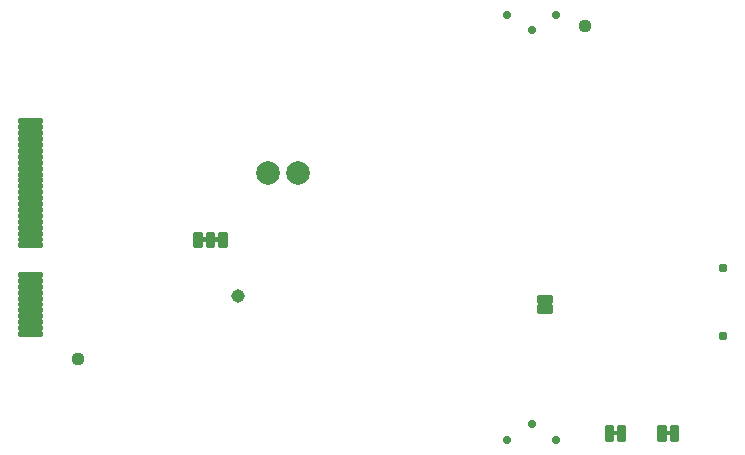
<source format=gbs>
G04 EAGLE Gerber RS-274X export*
G75*
%MOMM*%
%FSLAX34Y34*%
%LPD*%
%INSoldermask Bottom*%
%IPPOS*%
%AMOC8*
5,1,8,0,0,1.08239X$1,22.5*%
G01*
%ADD10C,0.228344*%
%ADD11C,0.228600*%
%ADD12C,0.777000*%
%ADD13C,1.143000*%
%ADD14C,1.127000*%
%ADD15C,0.228959*%
%ADD16C,0.736600*%
%ADD17C,2.006600*%

G36*
X174690Y178193D02*
X174690Y178193D01*
X174756Y178195D01*
X174799Y178213D01*
X174846Y178221D01*
X174903Y178255D01*
X174963Y178280D01*
X174998Y178311D01*
X175039Y178336D01*
X175081Y178387D01*
X175129Y178431D01*
X175151Y178473D01*
X175180Y178510D01*
X175201Y178572D01*
X175232Y178631D01*
X175240Y178685D01*
X175252Y178722D01*
X175251Y178762D01*
X175259Y178816D01*
X175259Y181356D01*
X175248Y181421D01*
X175246Y181487D01*
X175228Y181530D01*
X175220Y181577D01*
X175186Y181634D01*
X175161Y181694D01*
X175130Y181729D01*
X175105Y181770D01*
X175054Y181812D01*
X175010Y181860D01*
X174968Y181882D01*
X174931Y181911D01*
X174869Y181932D01*
X174810Y181963D01*
X174756Y181971D01*
X174719Y181983D01*
X174679Y181982D01*
X174625Y181990D01*
X170815Y181990D01*
X170750Y181979D01*
X170684Y181977D01*
X170641Y181959D01*
X170594Y181951D01*
X170537Y181917D01*
X170477Y181892D01*
X170442Y181861D01*
X170401Y181836D01*
X170360Y181785D01*
X170311Y181741D01*
X170289Y181699D01*
X170260Y181662D01*
X170239Y181600D01*
X170208Y181541D01*
X170200Y181487D01*
X170188Y181450D01*
X170188Y181447D01*
X170189Y181410D01*
X170181Y181356D01*
X170181Y178816D01*
X170192Y178751D01*
X170194Y178685D01*
X170212Y178642D01*
X170220Y178595D01*
X170254Y178538D01*
X170279Y178478D01*
X170310Y178443D01*
X170335Y178402D01*
X170386Y178361D01*
X170430Y178312D01*
X170472Y178290D01*
X170509Y178261D01*
X170571Y178240D01*
X170630Y178209D01*
X170684Y178201D01*
X170721Y178189D01*
X170761Y178190D01*
X170815Y178182D01*
X174625Y178182D01*
X174690Y178193D01*
G37*
G36*
X164530Y178193D02*
X164530Y178193D01*
X164596Y178195D01*
X164639Y178213D01*
X164686Y178221D01*
X164743Y178255D01*
X164803Y178280D01*
X164838Y178311D01*
X164879Y178336D01*
X164921Y178387D01*
X164969Y178431D01*
X164991Y178473D01*
X165020Y178510D01*
X165041Y178572D01*
X165072Y178631D01*
X165080Y178685D01*
X165092Y178722D01*
X165091Y178762D01*
X165099Y178816D01*
X165099Y181356D01*
X165088Y181421D01*
X165086Y181487D01*
X165068Y181530D01*
X165060Y181577D01*
X165026Y181634D01*
X165001Y181694D01*
X164970Y181729D01*
X164945Y181770D01*
X164894Y181812D01*
X164850Y181860D01*
X164808Y181882D01*
X164771Y181911D01*
X164709Y181932D01*
X164650Y181963D01*
X164596Y181971D01*
X164559Y181983D01*
X164519Y181982D01*
X164465Y181990D01*
X160655Y181990D01*
X160590Y181979D01*
X160524Y181977D01*
X160481Y181959D01*
X160434Y181951D01*
X160377Y181917D01*
X160317Y181892D01*
X160282Y181861D01*
X160241Y181836D01*
X160200Y181785D01*
X160151Y181741D01*
X160129Y181699D01*
X160100Y181662D01*
X160079Y181600D01*
X160048Y181541D01*
X160040Y181487D01*
X160028Y181450D01*
X160028Y181447D01*
X160029Y181410D01*
X160021Y181356D01*
X160021Y178816D01*
X160032Y178751D01*
X160034Y178685D01*
X160052Y178642D01*
X160060Y178595D01*
X160094Y178538D01*
X160119Y178478D01*
X160150Y178443D01*
X160175Y178402D01*
X160226Y178361D01*
X160270Y178312D01*
X160312Y178290D01*
X160349Y178261D01*
X160411Y178240D01*
X160470Y178209D01*
X160524Y178201D01*
X160561Y178189D01*
X160601Y178190D01*
X160655Y178182D01*
X164465Y178182D01*
X164530Y178193D01*
G37*
G36*
X512510Y14363D02*
X512510Y14363D01*
X512576Y14365D01*
X512619Y14383D01*
X512666Y14391D01*
X512723Y14425D01*
X512783Y14450D01*
X512818Y14481D01*
X512859Y14506D01*
X512901Y14557D01*
X512949Y14601D01*
X512971Y14643D01*
X513000Y14680D01*
X513021Y14742D01*
X513052Y14801D01*
X513060Y14855D01*
X513072Y14892D01*
X513071Y14932D01*
X513079Y14986D01*
X513079Y17526D01*
X513068Y17591D01*
X513066Y17657D01*
X513048Y17700D01*
X513040Y17747D01*
X513006Y17804D01*
X512981Y17864D01*
X512950Y17899D01*
X512925Y17940D01*
X512874Y17982D01*
X512830Y18030D01*
X512788Y18052D01*
X512751Y18081D01*
X512689Y18102D01*
X512630Y18133D01*
X512576Y18141D01*
X512539Y18153D01*
X512499Y18152D01*
X512445Y18160D01*
X508635Y18160D01*
X508570Y18149D01*
X508504Y18147D01*
X508461Y18129D01*
X508414Y18121D01*
X508357Y18087D01*
X508297Y18062D01*
X508262Y18031D01*
X508221Y18006D01*
X508180Y17955D01*
X508131Y17911D01*
X508109Y17869D01*
X508080Y17832D01*
X508059Y17770D01*
X508028Y17711D01*
X508020Y17657D01*
X508008Y17620D01*
X508008Y17617D01*
X508009Y17580D01*
X508001Y17526D01*
X508001Y14986D01*
X508012Y14921D01*
X508014Y14855D01*
X508032Y14812D01*
X508040Y14765D01*
X508074Y14708D01*
X508099Y14648D01*
X508130Y14613D01*
X508155Y14572D01*
X508206Y14531D01*
X508250Y14482D01*
X508292Y14460D01*
X508329Y14431D01*
X508391Y14410D01*
X508450Y14379D01*
X508504Y14371D01*
X508541Y14359D01*
X508581Y14360D01*
X508635Y14352D01*
X512445Y14352D01*
X512510Y14363D01*
G37*
G36*
X557214Y14363D02*
X557214Y14363D01*
X557280Y14365D01*
X557323Y14383D01*
X557370Y14391D01*
X557427Y14425D01*
X557487Y14450D01*
X557522Y14481D01*
X557563Y14506D01*
X557605Y14557D01*
X557653Y14601D01*
X557675Y14643D01*
X557704Y14680D01*
X557725Y14742D01*
X557756Y14801D01*
X557764Y14855D01*
X557776Y14892D01*
X557775Y14932D01*
X557783Y14986D01*
X557783Y17526D01*
X557772Y17591D01*
X557770Y17657D01*
X557752Y17700D01*
X557744Y17747D01*
X557710Y17804D01*
X557685Y17864D01*
X557654Y17899D01*
X557629Y17940D01*
X557578Y17982D01*
X557534Y18030D01*
X557492Y18052D01*
X557455Y18081D01*
X557393Y18102D01*
X557334Y18133D01*
X557280Y18141D01*
X557243Y18153D01*
X557203Y18152D01*
X557149Y18160D01*
X553339Y18160D01*
X553274Y18149D01*
X553208Y18147D01*
X553165Y18129D01*
X553118Y18121D01*
X553061Y18087D01*
X553001Y18062D01*
X552966Y18031D01*
X552925Y18006D01*
X552884Y17955D01*
X552835Y17911D01*
X552813Y17869D01*
X552784Y17832D01*
X552763Y17770D01*
X552732Y17711D01*
X552724Y17657D01*
X552712Y17620D01*
X552712Y17617D01*
X552713Y17580D01*
X552705Y17526D01*
X552705Y14986D01*
X552716Y14921D01*
X552718Y14855D01*
X552736Y14812D01*
X552744Y14765D01*
X552778Y14708D01*
X552803Y14648D01*
X552834Y14613D01*
X552859Y14572D01*
X552910Y14531D01*
X552954Y14482D01*
X552996Y14460D01*
X553033Y14431D01*
X553095Y14410D01*
X553154Y14379D01*
X553208Y14371D01*
X553245Y14359D01*
X553285Y14360D01*
X553339Y14352D01*
X557149Y14352D01*
X557214Y14363D01*
G37*
D10*
X175258Y185930D02*
X180850Y185930D01*
X180850Y174242D01*
X175258Y174242D01*
X175258Y185930D01*
X175258Y176411D02*
X180850Y176411D01*
X180850Y178580D02*
X175258Y178580D01*
X175258Y180749D02*
X180850Y180749D01*
X180850Y182918D02*
X175258Y182918D01*
X175258Y185087D02*
X180850Y185087D01*
X170436Y185930D02*
X164844Y185930D01*
X170436Y185930D02*
X170436Y174242D01*
X164844Y174242D01*
X164844Y185930D01*
X164844Y176411D02*
X170436Y176411D01*
X170436Y178580D02*
X164844Y178580D01*
X164844Y180749D02*
X170436Y180749D01*
X170436Y182918D02*
X164844Y182918D01*
X164844Y185087D02*
X170436Y185087D01*
X160022Y185930D02*
X154430Y185930D01*
X160022Y185930D02*
X160022Y174242D01*
X154430Y174242D01*
X154430Y185930D01*
X154430Y176411D02*
X160022Y176411D01*
X160022Y178580D02*
X154430Y178580D01*
X154430Y180749D02*
X160022Y180749D01*
X160022Y182918D02*
X154430Y182918D01*
X154430Y185087D02*
X160022Y185087D01*
X557655Y22100D02*
X563247Y22100D01*
X563247Y10412D01*
X557655Y10412D01*
X557655Y22100D01*
X557655Y12581D02*
X563247Y12581D01*
X563247Y14750D02*
X557655Y14750D01*
X557655Y16919D02*
X563247Y16919D01*
X563247Y19088D02*
X557655Y19088D01*
X557655Y21257D02*
X563247Y21257D01*
X552833Y22100D02*
X547241Y22100D01*
X552833Y22100D02*
X552833Y10412D01*
X547241Y10412D01*
X547241Y22100D01*
X547241Y12581D02*
X552833Y12581D01*
X552833Y14750D02*
X547241Y14750D01*
X547241Y16919D02*
X552833Y16919D01*
X552833Y19088D02*
X547241Y19088D01*
X547241Y21257D02*
X552833Y21257D01*
D11*
X456692Y118999D02*
X456692Y124333D01*
X456692Y118999D02*
X445008Y118999D01*
X445008Y124333D01*
X456692Y124333D01*
X456692Y121171D02*
X445008Y121171D01*
X445008Y123343D02*
X456692Y123343D01*
X456692Y127127D02*
X456692Y132461D01*
X456692Y127127D02*
X445008Y127127D01*
X445008Y132461D01*
X456692Y132461D01*
X456692Y129299D02*
X445008Y129299D01*
X445008Y131471D02*
X456692Y131471D01*
D10*
X512951Y22100D02*
X518543Y22100D01*
X518543Y10412D01*
X512951Y10412D01*
X512951Y22100D01*
X512951Y12581D02*
X518543Y12581D01*
X518543Y14750D02*
X512951Y14750D01*
X512951Y16919D02*
X518543Y16919D01*
X518543Y19088D02*
X512951Y19088D01*
X512951Y21257D02*
X518543Y21257D01*
X508129Y22100D02*
X502537Y22100D01*
X508129Y22100D02*
X508129Y10412D01*
X502537Y10412D01*
X502537Y22100D01*
X502537Y12581D02*
X508129Y12581D01*
X508129Y14750D02*
X502537Y14750D01*
X502537Y16919D02*
X508129Y16919D01*
X508129Y19088D02*
X502537Y19088D01*
X502537Y21257D02*
X508129Y21257D01*
D12*
X601698Y98100D03*
X601698Y155900D03*
D13*
X191516Y132588D03*
D14*
X485140Y360680D03*
X55880Y78740D03*
D15*
X6010Y99260D02*
X6010Y101740D01*
X24490Y101740D01*
X24490Y99260D01*
X6010Y99260D01*
X6010Y101435D02*
X24490Y101435D01*
X6010Y104260D02*
X6010Y106740D01*
X24490Y106740D01*
X24490Y104260D01*
X6010Y104260D01*
X6010Y106435D02*
X24490Y106435D01*
X6010Y109260D02*
X6010Y111740D01*
X24490Y111740D01*
X24490Y109260D01*
X6010Y109260D01*
X6010Y111435D02*
X24490Y111435D01*
X6010Y114260D02*
X6010Y116740D01*
X24490Y116740D01*
X24490Y114260D01*
X6010Y114260D01*
X6010Y116435D02*
X24490Y116435D01*
X6010Y119260D02*
X6010Y121740D01*
X24490Y121740D01*
X24490Y119260D01*
X6010Y119260D01*
X6010Y121435D02*
X24490Y121435D01*
X6010Y124260D02*
X6010Y126740D01*
X24490Y126740D01*
X24490Y124260D01*
X6010Y124260D01*
X6010Y126435D02*
X24490Y126435D01*
X6010Y129260D02*
X6010Y131740D01*
X24490Y131740D01*
X24490Y129260D01*
X6010Y129260D01*
X6010Y131435D02*
X24490Y131435D01*
X6010Y134260D02*
X6010Y136740D01*
X24490Y136740D01*
X24490Y134260D01*
X6010Y134260D01*
X6010Y136435D02*
X24490Y136435D01*
X6010Y139260D02*
X6010Y141740D01*
X24490Y141740D01*
X24490Y139260D01*
X6010Y139260D01*
X6010Y141435D02*
X24490Y141435D01*
X6010Y144260D02*
X6010Y146740D01*
X24490Y146740D01*
X24490Y144260D01*
X6010Y144260D01*
X6010Y146435D02*
X24490Y146435D01*
X6010Y149260D02*
X6010Y151740D01*
X24490Y151740D01*
X24490Y149260D01*
X6010Y149260D01*
X6010Y151435D02*
X24490Y151435D01*
X6010Y174260D02*
X6010Y176740D01*
X24490Y176740D01*
X24490Y174260D01*
X6010Y174260D01*
X6010Y176435D02*
X24490Y176435D01*
X6010Y179260D02*
X6010Y181740D01*
X24490Y181740D01*
X24490Y179260D01*
X6010Y179260D01*
X6010Y181435D02*
X24490Y181435D01*
X6010Y184260D02*
X6010Y186740D01*
X24490Y186740D01*
X24490Y184260D01*
X6010Y184260D01*
X6010Y186435D02*
X24490Y186435D01*
X6010Y189260D02*
X6010Y191740D01*
X24490Y191740D01*
X24490Y189260D01*
X6010Y189260D01*
X6010Y191435D02*
X24490Y191435D01*
X6010Y194260D02*
X6010Y196740D01*
X24490Y196740D01*
X24490Y194260D01*
X6010Y194260D01*
X6010Y196435D02*
X24490Y196435D01*
X6010Y199260D02*
X6010Y201740D01*
X24490Y201740D01*
X24490Y199260D01*
X6010Y199260D01*
X6010Y201435D02*
X24490Y201435D01*
X6010Y204260D02*
X6010Y206740D01*
X24490Y206740D01*
X24490Y204260D01*
X6010Y204260D01*
X6010Y206435D02*
X24490Y206435D01*
X6010Y209260D02*
X6010Y211740D01*
X24490Y211740D01*
X24490Y209260D01*
X6010Y209260D01*
X6010Y211435D02*
X24490Y211435D01*
X6010Y214260D02*
X6010Y216740D01*
X24490Y216740D01*
X24490Y214260D01*
X6010Y214260D01*
X6010Y216435D02*
X24490Y216435D01*
X6010Y219260D02*
X6010Y221740D01*
X24490Y221740D01*
X24490Y219260D01*
X6010Y219260D01*
X6010Y221435D02*
X24490Y221435D01*
X6010Y224260D02*
X6010Y226740D01*
X24490Y226740D01*
X24490Y224260D01*
X6010Y224260D01*
X6010Y226435D02*
X24490Y226435D01*
X6010Y229260D02*
X6010Y231740D01*
X24490Y231740D01*
X24490Y229260D01*
X6010Y229260D01*
X6010Y231435D02*
X24490Y231435D01*
X6010Y234260D02*
X6010Y236740D01*
X24490Y236740D01*
X24490Y234260D01*
X6010Y234260D01*
X6010Y236435D02*
X24490Y236435D01*
X6010Y239260D02*
X6010Y241740D01*
X24490Y241740D01*
X24490Y239260D01*
X6010Y239260D01*
X6010Y241435D02*
X24490Y241435D01*
X6010Y244260D02*
X6010Y246740D01*
X24490Y246740D01*
X24490Y244260D01*
X6010Y244260D01*
X6010Y246435D02*
X24490Y246435D01*
X6010Y249260D02*
X6010Y251740D01*
X24490Y251740D01*
X24490Y249260D01*
X6010Y249260D01*
X6010Y251435D02*
X24490Y251435D01*
X6010Y254260D02*
X6010Y256740D01*
X24490Y256740D01*
X24490Y254260D01*
X6010Y254260D01*
X6010Y256435D02*
X24490Y256435D01*
X6010Y259260D02*
X6010Y261740D01*
X24490Y261740D01*
X24490Y259260D01*
X6010Y259260D01*
X6010Y261435D02*
X24490Y261435D01*
X6010Y264260D02*
X6010Y266740D01*
X24490Y266740D01*
X24490Y264260D01*
X6010Y264260D01*
X6010Y266435D02*
X24490Y266435D01*
X6010Y269260D02*
X6010Y271740D01*
X24490Y271740D01*
X24490Y269260D01*
X6010Y269260D01*
X6010Y271435D02*
X24490Y271435D01*
X6010Y274260D02*
X6010Y276740D01*
X24490Y276740D01*
X24490Y274260D01*
X6010Y274260D01*
X6010Y276435D02*
X24490Y276435D01*
X6010Y279260D02*
X6010Y281740D01*
X24490Y281740D01*
X24490Y279260D01*
X6010Y279260D01*
X6010Y281435D02*
X24490Y281435D01*
D16*
X461000Y10500D03*
X419000Y10500D03*
X440000Y23500D03*
X419000Y370500D03*
X461000Y370500D03*
X440000Y357500D03*
D17*
X217170Y236220D03*
X242570Y236220D03*
M02*

</source>
